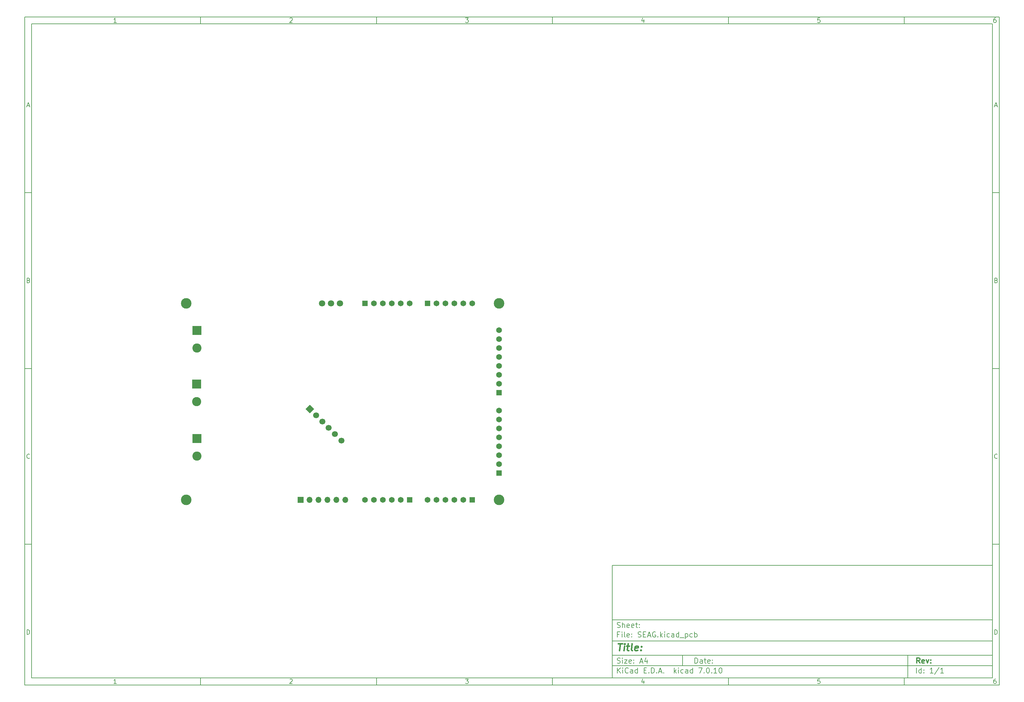
<source format=gbr>
%TF.GenerationSoftware,KiCad,Pcbnew,7.0.10*%
%TF.CreationDate,2024-04-20T16:07:25+02:00*%
%TF.ProjectId,SEAG,53454147-2e6b-4696-9361-645f70636258,rev?*%
%TF.SameCoordinates,Original*%
%TF.FileFunction,Soldermask,Bot*%
%TF.FilePolarity,Negative*%
%FSLAX46Y46*%
G04 Gerber Fmt 4.6, Leading zero omitted, Abs format (unit mm)*
G04 Created by KiCad (PCBNEW 7.0.10) date 2024-04-20 16:07:25*
%MOMM*%
%LPD*%
G01*
G04 APERTURE LIST*
G04 Aperture macros list*
%AMHorizOval*
0 Thick line with rounded ends*
0 $1 width*
0 $2 $3 position (X,Y) of the first rounded end (center of the circle)*
0 $4 $5 position (X,Y) of the second rounded end (center of the circle)*
0 Add line between two ends*
20,1,$1,$2,$3,$4,$5,0*
0 Add two circle primitives to create the rounded ends*
1,1,$1,$2,$3*
1,1,$1,$4,$5*%
%AMRotRect*
0 Rectangle, with rotation*
0 The origin of the aperture is its center*
0 $1 length*
0 $2 width*
0 $3 Rotation angle, in degrees counterclockwise*
0 Add horizontal line*
21,1,$1,$2,0,0,$3*%
G04 Aperture macros list end*
%ADD10C,0.100000*%
%ADD11C,0.150000*%
%ADD12C,0.300000*%
%ADD13C,0.400000*%
%ADD14R,2.600000X2.600000*%
%ADD15C,2.600000*%
%ADD16R,1.650000X1.650000*%
%ADD17C,1.650000*%
%ADD18C,1.800000*%
%ADD19C,3.000000*%
%ADD20R,1.700000X1.700000*%
%ADD21O,1.700000X1.700000*%
%ADD22RotRect,1.700000X1.700000X45.000000*%
%ADD23HorizOval,1.700000X0.000000X0.000000X0.000000X0.000000X0*%
G04 APERTURE END LIST*
D10*
D11*
X177002200Y-166007200D02*
X285002200Y-166007200D01*
X285002200Y-198007200D01*
X177002200Y-198007200D01*
X177002200Y-166007200D01*
D10*
D11*
X10000000Y-10000000D02*
X287002200Y-10000000D01*
X287002200Y-200007200D01*
X10000000Y-200007200D01*
X10000000Y-10000000D01*
D10*
D11*
X12000000Y-12000000D02*
X285002200Y-12000000D01*
X285002200Y-198007200D01*
X12000000Y-198007200D01*
X12000000Y-12000000D01*
D10*
D11*
X60000000Y-12000000D02*
X60000000Y-10000000D01*
D10*
D11*
X110000000Y-12000000D02*
X110000000Y-10000000D01*
D10*
D11*
X160000000Y-12000000D02*
X160000000Y-10000000D01*
D10*
D11*
X210000000Y-12000000D02*
X210000000Y-10000000D01*
D10*
D11*
X260000000Y-12000000D02*
X260000000Y-10000000D01*
D10*
D11*
X36089160Y-11593604D02*
X35346303Y-11593604D01*
X35717731Y-11593604D02*
X35717731Y-10293604D01*
X35717731Y-10293604D02*
X35593922Y-10479319D01*
X35593922Y-10479319D02*
X35470112Y-10603128D01*
X35470112Y-10603128D02*
X35346303Y-10665033D01*
D10*
D11*
X85346303Y-10417414D02*
X85408207Y-10355509D01*
X85408207Y-10355509D02*
X85532017Y-10293604D01*
X85532017Y-10293604D02*
X85841541Y-10293604D01*
X85841541Y-10293604D02*
X85965350Y-10355509D01*
X85965350Y-10355509D02*
X86027255Y-10417414D01*
X86027255Y-10417414D02*
X86089160Y-10541223D01*
X86089160Y-10541223D02*
X86089160Y-10665033D01*
X86089160Y-10665033D02*
X86027255Y-10850747D01*
X86027255Y-10850747D02*
X85284398Y-11593604D01*
X85284398Y-11593604D02*
X86089160Y-11593604D01*
D10*
D11*
X135284398Y-10293604D02*
X136089160Y-10293604D01*
X136089160Y-10293604D02*
X135655826Y-10788842D01*
X135655826Y-10788842D02*
X135841541Y-10788842D01*
X135841541Y-10788842D02*
X135965350Y-10850747D01*
X135965350Y-10850747D02*
X136027255Y-10912652D01*
X136027255Y-10912652D02*
X136089160Y-11036461D01*
X136089160Y-11036461D02*
X136089160Y-11345985D01*
X136089160Y-11345985D02*
X136027255Y-11469795D01*
X136027255Y-11469795D02*
X135965350Y-11531700D01*
X135965350Y-11531700D02*
X135841541Y-11593604D01*
X135841541Y-11593604D02*
X135470112Y-11593604D01*
X135470112Y-11593604D02*
X135346303Y-11531700D01*
X135346303Y-11531700D02*
X135284398Y-11469795D01*
D10*
D11*
X185965350Y-10726938D02*
X185965350Y-11593604D01*
X185655826Y-10231700D02*
X185346303Y-11160271D01*
X185346303Y-11160271D02*
X186151064Y-11160271D01*
D10*
D11*
X236027255Y-10293604D02*
X235408207Y-10293604D01*
X235408207Y-10293604D02*
X235346303Y-10912652D01*
X235346303Y-10912652D02*
X235408207Y-10850747D01*
X235408207Y-10850747D02*
X235532017Y-10788842D01*
X235532017Y-10788842D02*
X235841541Y-10788842D01*
X235841541Y-10788842D02*
X235965350Y-10850747D01*
X235965350Y-10850747D02*
X236027255Y-10912652D01*
X236027255Y-10912652D02*
X236089160Y-11036461D01*
X236089160Y-11036461D02*
X236089160Y-11345985D01*
X236089160Y-11345985D02*
X236027255Y-11469795D01*
X236027255Y-11469795D02*
X235965350Y-11531700D01*
X235965350Y-11531700D02*
X235841541Y-11593604D01*
X235841541Y-11593604D02*
X235532017Y-11593604D01*
X235532017Y-11593604D02*
X235408207Y-11531700D01*
X235408207Y-11531700D02*
X235346303Y-11469795D01*
D10*
D11*
X285965350Y-10293604D02*
X285717731Y-10293604D01*
X285717731Y-10293604D02*
X285593922Y-10355509D01*
X285593922Y-10355509D02*
X285532017Y-10417414D01*
X285532017Y-10417414D02*
X285408207Y-10603128D01*
X285408207Y-10603128D02*
X285346303Y-10850747D01*
X285346303Y-10850747D02*
X285346303Y-11345985D01*
X285346303Y-11345985D02*
X285408207Y-11469795D01*
X285408207Y-11469795D02*
X285470112Y-11531700D01*
X285470112Y-11531700D02*
X285593922Y-11593604D01*
X285593922Y-11593604D02*
X285841541Y-11593604D01*
X285841541Y-11593604D02*
X285965350Y-11531700D01*
X285965350Y-11531700D02*
X286027255Y-11469795D01*
X286027255Y-11469795D02*
X286089160Y-11345985D01*
X286089160Y-11345985D02*
X286089160Y-11036461D01*
X286089160Y-11036461D02*
X286027255Y-10912652D01*
X286027255Y-10912652D02*
X285965350Y-10850747D01*
X285965350Y-10850747D02*
X285841541Y-10788842D01*
X285841541Y-10788842D02*
X285593922Y-10788842D01*
X285593922Y-10788842D02*
X285470112Y-10850747D01*
X285470112Y-10850747D02*
X285408207Y-10912652D01*
X285408207Y-10912652D02*
X285346303Y-11036461D01*
D10*
D11*
X60000000Y-198007200D02*
X60000000Y-200007200D01*
D10*
D11*
X110000000Y-198007200D02*
X110000000Y-200007200D01*
D10*
D11*
X160000000Y-198007200D02*
X160000000Y-200007200D01*
D10*
D11*
X210000000Y-198007200D02*
X210000000Y-200007200D01*
D10*
D11*
X260000000Y-198007200D02*
X260000000Y-200007200D01*
D10*
D11*
X36089160Y-199600804D02*
X35346303Y-199600804D01*
X35717731Y-199600804D02*
X35717731Y-198300804D01*
X35717731Y-198300804D02*
X35593922Y-198486519D01*
X35593922Y-198486519D02*
X35470112Y-198610328D01*
X35470112Y-198610328D02*
X35346303Y-198672233D01*
D10*
D11*
X85346303Y-198424614D02*
X85408207Y-198362709D01*
X85408207Y-198362709D02*
X85532017Y-198300804D01*
X85532017Y-198300804D02*
X85841541Y-198300804D01*
X85841541Y-198300804D02*
X85965350Y-198362709D01*
X85965350Y-198362709D02*
X86027255Y-198424614D01*
X86027255Y-198424614D02*
X86089160Y-198548423D01*
X86089160Y-198548423D02*
X86089160Y-198672233D01*
X86089160Y-198672233D02*
X86027255Y-198857947D01*
X86027255Y-198857947D02*
X85284398Y-199600804D01*
X85284398Y-199600804D02*
X86089160Y-199600804D01*
D10*
D11*
X135284398Y-198300804D02*
X136089160Y-198300804D01*
X136089160Y-198300804D02*
X135655826Y-198796042D01*
X135655826Y-198796042D02*
X135841541Y-198796042D01*
X135841541Y-198796042D02*
X135965350Y-198857947D01*
X135965350Y-198857947D02*
X136027255Y-198919852D01*
X136027255Y-198919852D02*
X136089160Y-199043661D01*
X136089160Y-199043661D02*
X136089160Y-199353185D01*
X136089160Y-199353185D02*
X136027255Y-199476995D01*
X136027255Y-199476995D02*
X135965350Y-199538900D01*
X135965350Y-199538900D02*
X135841541Y-199600804D01*
X135841541Y-199600804D02*
X135470112Y-199600804D01*
X135470112Y-199600804D02*
X135346303Y-199538900D01*
X135346303Y-199538900D02*
X135284398Y-199476995D01*
D10*
D11*
X185965350Y-198734138D02*
X185965350Y-199600804D01*
X185655826Y-198238900D02*
X185346303Y-199167471D01*
X185346303Y-199167471D02*
X186151064Y-199167471D01*
D10*
D11*
X236027255Y-198300804D02*
X235408207Y-198300804D01*
X235408207Y-198300804D02*
X235346303Y-198919852D01*
X235346303Y-198919852D02*
X235408207Y-198857947D01*
X235408207Y-198857947D02*
X235532017Y-198796042D01*
X235532017Y-198796042D02*
X235841541Y-198796042D01*
X235841541Y-198796042D02*
X235965350Y-198857947D01*
X235965350Y-198857947D02*
X236027255Y-198919852D01*
X236027255Y-198919852D02*
X236089160Y-199043661D01*
X236089160Y-199043661D02*
X236089160Y-199353185D01*
X236089160Y-199353185D02*
X236027255Y-199476995D01*
X236027255Y-199476995D02*
X235965350Y-199538900D01*
X235965350Y-199538900D02*
X235841541Y-199600804D01*
X235841541Y-199600804D02*
X235532017Y-199600804D01*
X235532017Y-199600804D02*
X235408207Y-199538900D01*
X235408207Y-199538900D02*
X235346303Y-199476995D01*
D10*
D11*
X285965350Y-198300804D02*
X285717731Y-198300804D01*
X285717731Y-198300804D02*
X285593922Y-198362709D01*
X285593922Y-198362709D02*
X285532017Y-198424614D01*
X285532017Y-198424614D02*
X285408207Y-198610328D01*
X285408207Y-198610328D02*
X285346303Y-198857947D01*
X285346303Y-198857947D02*
X285346303Y-199353185D01*
X285346303Y-199353185D02*
X285408207Y-199476995D01*
X285408207Y-199476995D02*
X285470112Y-199538900D01*
X285470112Y-199538900D02*
X285593922Y-199600804D01*
X285593922Y-199600804D02*
X285841541Y-199600804D01*
X285841541Y-199600804D02*
X285965350Y-199538900D01*
X285965350Y-199538900D02*
X286027255Y-199476995D01*
X286027255Y-199476995D02*
X286089160Y-199353185D01*
X286089160Y-199353185D02*
X286089160Y-199043661D01*
X286089160Y-199043661D02*
X286027255Y-198919852D01*
X286027255Y-198919852D02*
X285965350Y-198857947D01*
X285965350Y-198857947D02*
X285841541Y-198796042D01*
X285841541Y-198796042D02*
X285593922Y-198796042D01*
X285593922Y-198796042D02*
X285470112Y-198857947D01*
X285470112Y-198857947D02*
X285408207Y-198919852D01*
X285408207Y-198919852D02*
X285346303Y-199043661D01*
D10*
D11*
X10000000Y-60000000D02*
X12000000Y-60000000D01*
D10*
D11*
X10000000Y-110000000D02*
X12000000Y-110000000D01*
D10*
D11*
X10000000Y-160000000D02*
X12000000Y-160000000D01*
D10*
D11*
X10690476Y-35222176D02*
X11309523Y-35222176D01*
X10566666Y-35593604D02*
X10999999Y-34293604D01*
X10999999Y-34293604D02*
X11433333Y-35593604D01*
D10*
D11*
X11092857Y-84912652D02*
X11278571Y-84974557D01*
X11278571Y-84974557D02*
X11340476Y-85036461D01*
X11340476Y-85036461D02*
X11402380Y-85160271D01*
X11402380Y-85160271D02*
X11402380Y-85345985D01*
X11402380Y-85345985D02*
X11340476Y-85469795D01*
X11340476Y-85469795D02*
X11278571Y-85531700D01*
X11278571Y-85531700D02*
X11154761Y-85593604D01*
X11154761Y-85593604D02*
X10659523Y-85593604D01*
X10659523Y-85593604D02*
X10659523Y-84293604D01*
X10659523Y-84293604D02*
X11092857Y-84293604D01*
X11092857Y-84293604D02*
X11216666Y-84355509D01*
X11216666Y-84355509D02*
X11278571Y-84417414D01*
X11278571Y-84417414D02*
X11340476Y-84541223D01*
X11340476Y-84541223D02*
X11340476Y-84665033D01*
X11340476Y-84665033D02*
X11278571Y-84788842D01*
X11278571Y-84788842D02*
X11216666Y-84850747D01*
X11216666Y-84850747D02*
X11092857Y-84912652D01*
X11092857Y-84912652D02*
X10659523Y-84912652D01*
D10*
D11*
X11402380Y-135469795D02*
X11340476Y-135531700D01*
X11340476Y-135531700D02*
X11154761Y-135593604D01*
X11154761Y-135593604D02*
X11030952Y-135593604D01*
X11030952Y-135593604D02*
X10845238Y-135531700D01*
X10845238Y-135531700D02*
X10721428Y-135407890D01*
X10721428Y-135407890D02*
X10659523Y-135284080D01*
X10659523Y-135284080D02*
X10597619Y-135036461D01*
X10597619Y-135036461D02*
X10597619Y-134850747D01*
X10597619Y-134850747D02*
X10659523Y-134603128D01*
X10659523Y-134603128D02*
X10721428Y-134479319D01*
X10721428Y-134479319D02*
X10845238Y-134355509D01*
X10845238Y-134355509D02*
X11030952Y-134293604D01*
X11030952Y-134293604D02*
X11154761Y-134293604D01*
X11154761Y-134293604D02*
X11340476Y-134355509D01*
X11340476Y-134355509D02*
X11402380Y-134417414D01*
D10*
D11*
X10659523Y-185593604D02*
X10659523Y-184293604D01*
X10659523Y-184293604D02*
X10969047Y-184293604D01*
X10969047Y-184293604D02*
X11154761Y-184355509D01*
X11154761Y-184355509D02*
X11278571Y-184479319D01*
X11278571Y-184479319D02*
X11340476Y-184603128D01*
X11340476Y-184603128D02*
X11402380Y-184850747D01*
X11402380Y-184850747D02*
X11402380Y-185036461D01*
X11402380Y-185036461D02*
X11340476Y-185284080D01*
X11340476Y-185284080D02*
X11278571Y-185407890D01*
X11278571Y-185407890D02*
X11154761Y-185531700D01*
X11154761Y-185531700D02*
X10969047Y-185593604D01*
X10969047Y-185593604D02*
X10659523Y-185593604D01*
D10*
D11*
X287002200Y-60000000D02*
X285002200Y-60000000D01*
D10*
D11*
X287002200Y-110000000D02*
X285002200Y-110000000D01*
D10*
D11*
X287002200Y-160000000D02*
X285002200Y-160000000D01*
D10*
D11*
X285692676Y-35222176D02*
X286311723Y-35222176D01*
X285568866Y-35593604D02*
X286002199Y-34293604D01*
X286002199Y-34293604D02*
X286435533Y-35593604D01*
D10*
D11*
X286095057Y-84912652D02*
X286280771Y-84974557D01*
X286280771Y-84974557D02*
X286342676Y-85036461D01*
X286342676Y-85036461D02*
X286404580Y-85160271D01*
X286404580Y-85160271D02*
X286404580Y-85345985D01*
X286404580Y-85345985D02*
X286342676Y-85469795D01*
X286342676Y-85469795D02*
X286280771Y-85531700D01*
X286280771Y-85531700D02*
X286156961Y-85593604D01*
X286156961Y-85593604D02*
X285661723Y-85593604D01*
X285661723Y-85593604D02*
X285661723Y-84293604D01*
X285661723Y-84293604D02*
X286095057Y-84293604D01*
X286095057Y-84293604D02*
X286218866Y-84355509D01*
X286218866Y-84355509D02*
X286280771Y-84417414D01*
X286280771Y-84417414D02*
X286342676Y-84541223D01*
X286342676Y-84541223D02*
X286342676Y-84665033D01*
X286342676Y-84665033D02*
X286280771Y-84788842D01*
X286280771Y-84788842D02*
X286218866Y-84850747D01*
X286218866Y-84850747D02*
X286095057Y-84912652D01*
X286095057Y-84912652D02*
X285661723Y-84912652D01*
D10*
D11*
X286404580Y-135469795D02*
X286342676Y-135531700D01*
X286342676Y-135531700D02*
X286156961Y-135593604D01*
X286156961Y-135593604D02*
X286033152Y-135593604D01*
X286033152Y-135593604D02*
X285847438Y-135531700D01*
X285847438Y-135531700D02*
X285723628Y-135407890D01*
X285723628Y-135407890D02*
X285661723Y-135284080D01*
X285661723Y-135284080D02*
X285599819Y-135036461D01*
X285599819Y-135036461D02*
X285599819Y-134850747D01*
X285599819Y-134850747D02*
X285661723Y-134603128D01*
X285661723Y-134603128D02*
X285723628Y-134479319D01*
X285723628Y-134479319D02*
X285847438Y-134355509D01*
X285847438Y-134355509D02*
X286033152Y-134293604D01*
X286033152Y-134293604D02*
X286156961Y-134293604D01*
X286156961Y-134293604D02*
X286342676Y-134355509D01*
X286342676Y-134355509D02*
X286404580Y-134417414D01*
D10*
D11*
X285661723Y-185593604D02*
X285661723Y-184293604D01*
X285661723Y-184293604D02*
X285971247Y-184293604D01*
X285971247Y-184293604D02*
X286156961Y-184355509D01*
X286156961Y-184355509D02*
X286280771Y-184479319D01*
X286280771Y-184479319D02*
X286342676Y-184603128D01*
X286342676Y-184603128D02*
X286404580Y-184850747D01*
X286404580Y-184850747D02*
X286404580Y-185036461D01*
X286404580Y-185036461D02*
X286342676Y-185284080D01*
X286342676Y-185284080D02*
X286280771Y-185407890D01*
X286280771Y-185407890D02*
X286156961Y-185531700D01*
X286156961Y-185531700D02*
X285971247Y-185593604D01*
X285971247Y-185593604D02*
X285661723Y-185593604D01*
D10*
D11*
X200458026Y-193793328D02*
X200458026Y-192293328D01*
X200458026Y-192293328D02*
X200815169Y-192293328D01*
X200815169Y-192293328D02*
X201029455Y-192364757D01*
X201029455Y-192364757D02*
X201172312Y-192507614D01*
X201172312Y-192507614D02*
X201243741Y-192650471D01*
X201243741Y-192650471D02*
X201315169Y-192936185D01*
X201315169Y-192936185D02*
X201315169Y-193150471D01*
X201315169Y-193150471D02*
X201243741Y-193436185D01*
X201243741Y-193436185D02*
X201172312Y-193579042D01*
X201172312Y-193579042D02*
X201029455Y-193721900D01*
X201029455Y-193721900D02*
X200815169Y-193793328D01*
X200815169Y-193793328D02*
X200458026Y-193793328D01*
X202600884Y-193793328D02*
X202600884Y-193007614D01*
X202600884Y-193007614D02*
X202529455Y-192864757D01*
X202529455Y-192864757D02*
X202386598Y-192793328D01*
X202386598Y-192793328D02*
X202100884Y-192793328D01*
X202100884Y-192793328D02*
X201958026Y-192864757D01*
X202600884Y-193721900D02*
X202458026Y-193793328D01*
X202458026Y-193793328D02*
X202100884Y-193793328D01*
X202100884Y-193793328D02*
X201958026Y-193721900D01*
X201958026Y-193721900D02*
X201886598Y-193579042D01*
X201886598Y-193579042D02*
X201886598Y-193436185D01*
X201886598Y-193436185D02*
X201958026Y-193293328D01*
X201958026Y-193293328D02*
X202100884Y-193221900D01*
X202100884Y-193221900D02*
X202458026Y-193221900D01*
X202458026Y-193221900D02*
X202600884Y-193150471D01*
X203100884Y-192793328D02*
X203672312Y-192793328D01*
X203315169Y-192293328D02*
X203315169Y-193579042D01*
X203315169Y-193579042D02*
X203386598Y-193721900D01*
X203386598Y-193721900D02*
X203529455Y-193793328D01*
X203529455Y-193793328D02*
X203672312Y-193793328D01*
X204743741Y-193721900D02*
X204600884Y-193793328D01*
X204600884Y-193793328D02*
X204315170Y-193793328D01*
X204315170Y-193793328D02*
X204172312Y-193721900D01*
X204172312Y-193721900D02*
X204100884Y-193579042D01*
X204100884Y-193579042D02*
X204100884Y-193007614D01*
X204100884Y-193007614D02*
X204172312Y-192864757D01*
X204172312Y-192864757D02*
X204315170Y-192793328D01*
X204315170Y-192793328D02*
X204600884Y-192793328D01*
X204600884Y-192793328D02*
X204743741Y-192864757D01*
X204743741Y-192864757D02*
X204815170Y-193007614D01*
X204815170Y-193007614D02*
X204815170Y-193150471D01*
X204815170Y-193150471D02*
X204100884Y-193293328D01*
X205458026Y-193650471D02*
X205529455Y-193721900D01*
X205529455Y-193721900D02*
X205458026Y-193793328D01*
X205458026Y-193793328D02*
X205386598Y-193721900D01*
X205386598Y-193721900D02*
X205458026Y-193650471D01*
X205458026Y-193650471D02*
X205458026Y-193793328D01*
X205458026Y-192864757D02*
X205529455Y-192936185D01*
X205529455Y-192936185D02*
X205458026Y-193007614D01*
X205458026Y-193007614D02*
X205386598Y-192936185D01*
X205386598Y-192936185D02*
X205458026Y-192864757D01*
X205458026Y-192864757D02*
X205458026Y-193007614D01*
D10*
D11*
X177002200Y-194507200D02*
X285002200Y-194507200D01*
D10*
D11*
X178458026Y-196593328D02*
X178458026Y-195093328D01*
X179315169Y-196593328D02*
X178672312Y-195736185D01*
X179315169Y-195093328D02*
X178458026Y-195950471D01*
X179958026Y-196593328D02*
X179958026Y-195593328D01*
X179958026Y-195093328D02*
X179886598Y-195164757D01*
X179886598Y-195164757D02*
X179958026Y-195236185D01*
X179958026Y-195236185D02*
X180029455Y-195164757D01*
X180029455Y-195164757D02*
X179958026Y-195093328D01*
X179958026Y-195093328D02*
X179958026Y-195236185D01*
X181529455Y-196450471D02*
X181458027Y-196521900D01*
X181458027Y-196521900D02*
X181243741Y-196593328D01*
X181243741Y-196593328D02*
X181100884Y-196593328D01*
X181100884Y-196593328D02*
X180886598Y-196521900D01*
X180886598Y-196521900D02*
X180743741Y-196379042D01*
X180743741Y-196379042D02*
X180672312Y-196236185D01*
X180672312Y-196236185D02*
X180600884Y-195950471D01*
X180600884Y-195950471D02*
X180600884Y-195736185D01*
X180600884Y-195736185D02*
X180672312Y-195450471D01*
X180672312Y-195450471D02*
X180743741Y-195307614D01*
X180743741Y-195307614D02*
X180886598Y-195164757D01*
X180886598Y-195164757D02*
X181100884Y-195093328D01*
X181100884Y-195093328D02*
X181243741Y-195093328D01*
X181243741Y-195093328D02*
X181458027Y-195164757D01*
X181458027Y-195164757D02*
X181529455Y-195236185D01*
X182815170Y-196593328D02*
X182815170Y-195807614D01*
X182815170Y-195807614D02*
X182743741Y-195664757D01*
X182743741Y-195664757D02*
X182600884Y-195593328D01*
X182600884Y-195593328D02*
X182315170Y-195593328D01*
X182315170Y-195593328D02*
X182172312Y-195664757D01*
X182815170Y-196521900D02*
X182672312Y-196593328D01*
X182672312Y-196593328D02*
X182315170Y-196593328D01*
X182315170Y-196593328D02*
X182172312Y-196521900D01*
X182172312Y-196521900D02*
X182100884Y-196379042D01*
X182100884Y-196379042D02*
X182100884Y-196236185D01*
X182100884Y-196236185D02*
X182172312Y-196093328D01*
X182172312Y-196093328D02*
X182315170Y-196021900D01*
X182315170Y-196021900D02*
X182672312Y-196021900D01*
X182672312Y-196021900D02*
X182815170Y-195950471D01*
X184172313Y-196593328D02*
X184172313Y-195093328D01*
X184172313Y-196521900D02*
X184029455Y-196593328D01*
X184029455Y-196593328D02*
X183743741Y-196593328D01*
X183743741Y-196593328D02*
X183600884Y-196521900D01*
X183600884Y-196521900D02*
X183529455Y-196450471D01*
X183529455Y-196450471D02*
X183458027Y-196307614D01*
X183458027Y-196307614D02*
X183458027Y-195879042D01*
X183458027Y-195879042D02*
X183529455Y-195736185D01*
X183529455Y-195736185D02*
X183600884Y-195664757D01*
X183600884Y-195664757D02*
X183743741Y-195593328D01*
X183743741Y-195593328D02*
X184029455Y-195593328D01*
X184029455Y-195593328D02*
X184172313Y-195664757D01*
X186029455Y-195807614D02*
X186529455Y-195807614D01*
X186743741Y-196593328D02*
X186029455Y-196593328D01*
X186029455Y-196593328D02*
X186029455Y-195093328D01*
X186029455Y-195093328D02*
X186743741Y-195093328D01*
X187386598Y-196450471D02*
X187458027Y-196521900D01*
X187458027Y-196521900D02*
X187386598Y-196593328D01*
X187386598Y-196593328D02*
X187315170Y-196521900D01*
X187315170Y-196521900D02*
X187386598Y-196450471D01*
X187386598Y-196450471D02*
X187386598Y-196593328D01*
X188100884Y-196593328D02*
X188100884Y-195093328D01*
X188100884Y-195093328D02*
X188458027Y-195093328D01*
X188458027Y-195093328D02*
X188672313Y-195164757D01*
X188672313Y-195164757D02*
X188815170Y-195307614D01*
X188815170Y-195307614D02*
X188886599Y-195450471D01*
X188886599Y-195450471D02*
X188958027Y-195736185D01*
X188958027Y-195736185D02*
X188958027Y-195950471D01*
X188958027Y-195950471D02*
X188886599Y-196236185D01*
X188886599Y-196236185D02*
X188815170Y-196379042D01*
X188815170Y-196379042D02*
X188672313Y-196521900D01*
X188672313Y-196521900D02*
X188458027Y-196593328D01*
X188458027Y-196593328D02*
X188100884Y-196593328D01*
X189600884Y-196450471D02*
X189672313Y-196521900D01*
X189672313Y-196521900D02*
X189600884Y-196593328D01*
X189600884Y-196593328D02*
X189529456Y-196521900D01*
X189529456Y-196521900D02*
X189600884Y-196450471D01*
X189600884Y-196450471D02*
X189600884Y-196593328D01*
X190243742Y-196164757D02*
X190958028Y-196164757D01*
X190100885Y-196593328D02*
X190600885Y-195093328D01*
X190600885Y-195093328D02*
X191100885Y-196593328D01*
X191600884Y-196450471D02*
X191672313Y-196521900D01*
X191672313Y-196521900D02*
X191600884Y-196593328D01*
X191600884Y-196593328D02*
X191529456Y-196521900D01*
X191529456Y-196521900D02*
X191600884Y-196450471D01*
X191600884Y-196450471D02*
X191600884Y-196593328D01*
X194600884Y-196593328D02*
X194600884Y-195093328D01*
X194743742Y-196021900D02*
X195172313Y-196593328D01*
X195172313Y-195593328D02*
X194600884Y-196164757D01*
X195815170Y-196593328D02*
X195815170Y-195593328D01*
X195815170Y-195093328D02*
X195743742Y-195164757D01*
X195743742Y-195164757D02*
X195815170Y-195236185D01*
X195815170Y-195236185D02*
X195886599Y-195164757D01*
X195886599Y-195164757D02*
X195815170Y-195093328D01*
X195815170Y-195093328D02*
X195815170Y-195236185D01*
X197172314Y-196521900D02*
X197029456Y-196593328D01*
X197029456Y-196593328D02*
X196743742Y-196593328D01*
X196743742Y-196593328D02*
X196600885Y-196521900D01*
X196600885Y-196521900D02*
X196529456Y-196450471D01*
X196529456Y-196450471D02*
X196458028Y-196307614D01*
X196458028Y-196307614D02*
X196458028Y-195879042D01*
X196458028Y-195879042D02*
X196529456Y-195736185D01*
X196529456Y-195736185D02*
X196600885Y-195664757D01*
X196600885Y-195664757D02*
X196743742Y-195593328D01*
X196743742Y-195593328D02*
X197029456Y-195593328D01*
X197029456Y-195593328D02*
X197172314Y-195664757D01*
X198458028Y-196593328D02*
X198458028Y-195807614D01*
X198458028Y-195807614D02*
X198386599Y-195664757D01*
X198386599Y-195664757D02*
X198243742Y-195593328D01*
X198243742Y-195593328D02*
X197958028Y-195593328D01*
X197958028Y-195593328D02*
X197815170Y-195664757D01*
X198458028Y-196521900D02*
X198315170Y-196593328D01*
X198315170Y-196593328D02*
X197958028Y-196593328D01*
X197958028Y-196593328D02*
X197815170Y-196521900D01*
X197815170Y-196521900D02*
X197743742Y-196379042D01*
X197743742Y-196379042D02*
X197743742Y-196236185D01*
X197743742Y-196236185D02*
X197815170Y-196093328D01*
X197815170Y-196093328D02*
X197958028Y-196021900D01*
X197958028Y-196021900D02*
X198315170Y-196021900D01*
X198315170Y-196021900D02*
X198458028Y-195950471D01*
X199815171Y-196593328D02*
X199815171Y-195093328D01*
X199815171Y-196521900D02*
X199672313Y-196593328D01*
X199672313Y-196593328D02*
X199386599Y-196593328D01*
X199386599Y-196593328D02*
X199243742Y-196521900D01*
X199243742Y-196521900D02*
X199172313Y-196450471D01*
X199172313Y-196450471D02*
X199100885Y-196307614D01*
X199100885Y-196307614D02*
X199100885Y-195879042D01*
X199100885Y-195879042D02*
X199172313Y-195736185D01*
X199172313Y-195736185D02*
X199243742Y-195664757D01*
X199243742Y-195664757D02*
X199386599Y-195593328D01*
X199386599Y-195593328D02*
X199672313Y-195593328D01*
X199672313Y-195593328D02*
X199815171Y-195664757D01*
X201529456Y-195093328D02*
X202529456Y-195093328D01*
X202529456Y-195093328D02*
X201886599Y-196593328D01*
X203100884Y-196450471D02*
X203172313Y-196521900D01*
X203172313Y-196521900D02*
X203100884Y-196593328D01*
X203100884Y-196593328D02*
X203029456Y-196521900D01*
X203029456Y-196521900D02*
X203100884Y-196450471D01*
X203100884Y-196450471D02*
X203100884Y-196593328D01*
X204100885Y-195093328D02*
X204243742Y-195093328D01*
X204243742Y-195093328D02*
X204386599Y-195164757D01*
X204386599Y-195164757D02*
X204458028Y-195236185D01*
X204458028Y-195236185D02*
X204529456Y-195379042D01*
X204529456Y-195379042D02*
X204600885Y-195664757D01*
X204600885Y-195664757D02*
X204600885Y-196021900D01*
X204600885Y-196021900D02*
X204529456Y-196307614D01*
X204529456Y-196307614D02*
X204458028Y-196450471D01*
X204458028Y-196450471D02*
X204386599Y-196521900D01*
X204386599Y-196521900D02*
X204243742Y-196593328D01*
X204243742Y-196593328D02*
X204100885Y-196593328D01*
X204100885Y-196593328D02*
X203958028Y-196521900D01*
X203958028Y-196521900D02*
X203886599Y-196450471D01*
X203886599Y-196450471D02*
X203815170Y-196307614D01*
X203815170Y-196307614D02*
X203743742Y-196021900D01*
X203743742Y-196021900D02*
X203743742Y-195664757D01*
X203743742Y-195664757D02*
X203815170Y-195379042D01*
X203815170Y-195379042D02*
X203886599Y-195236185D01*
X203886599Y-195236185D02*
X203958028Y-195164757D01*
X203958028Y-195164757D02*
X204100885Y-195093328D01*
X205243741Y-196450471D02*
X205315170Y-196521900D01*
X205315170Y-196521900D02*
X205243741Y-196593328D01*
X205243741Y-196593328D02*
X205172313Y-196521900D01*
X205172313Y-196521900D02*
X205243741Y-196450471D01*
X205243741Y-196450471D02*
X205243741Y-196593328D01*
X206743742Y-196593328D02*
X205886599Y-196593328D01*
X206315170Y-196593328D02*
X206315170Y-195093328D01*
X206315170Y-195093328D02*
X206172313Y-195307614D01*
X206172313Y-195307614D02*
X206029456Y-195450471D01*
X206029456Y-195450471D02*
X205886599Y-195521900D01*
X207672313Y-195093328D02*
X207815170Y-195093328D01*
X207815170Y-195093328D02*
X207958027Y-195164757D01*
X207958027Y-195164757D02*
X208029456Y-195236185D01*
X208029456Y-195236185D02*
X208100884Y-195379042D01*
X208100884Y-195379042D02*
X208172313Y-195664757D01*
X208172313Y-195664757D02*
X208172313Y-196021900D01*
X208172313Y-196021900D02*
X208100884Y-196307614D01*
X208100884Y-196307614D02*
X208029456Y-196450471D01*
X208029456Y-196450471D02*
X207958027Y-196521900D01*
X207958027Y-196521900D02*
X207815170Y-196593328D01*
X207815170Y-196593328D02*
X207672313Y-196593328D01*
X207672313Y-196593328D02*
X207529456Y-196521900D01*
X207529456Y-196521900D02*
X207458027Y-196450471D01*
X207458027Y-196450471D02*
X207386598Y-196307614D01*
X207386598Y-196307614D02*
X207315170Y-196021900D01*
X207315170Y-196021900D02*
X207315170Y-195664757D01*
X207315170Y-195664757D02*
X207386598Y-195379042D01*
X207386598Y-195379042D02*
X207458027Y-195236185D01*
X207458027Y-195236185D02*
X207529456Y-195164757D01*
X207529456Y-195164757D02*
X207672313Y-195093328D01*
D10*
D11*
X177002200Y-191507200D02*
X285002200Y-191507200D01*
D10*
D12*
X264413853Y-193785528D02*
X263913853Y-193071242D01*
X263556710Y-193785528D02*
X263556710Y-192285528D01*
X263556710Y-192285528D02*
X264128139Y-192285528D01*
X264128139Y-192285528D02*
X264270996Y-192356957D01*
X264270996Y-192356957D02*
X264342425Y-192428385D01*
X264342425Y-192428385D02*
X264413853Y-192571242D01*
X264413853Y-192571242D02*
X264413853Y-192785528D01*
X264413853Y-192785528D02*
X264342425Y-192928385D01*
X264342425Y-192928385D02*
X264270996Y-192999814D01*
X264270996Y-192999814D02*
X264128139Y-193071242D01*
X264128139Y-193071242D02*
X263556710Y-193071242D01*
X265628139Y-193714100D02*
X265485282Y-193785528D01*
X265485282Y-193785528D02*
X265199568Y-193785528D01*
X265199568Y-193785528D02*
X265056710Y-193714100D01*
X265056710Y-193714100D02*
X264985282Y-193571242D01*
X264985282Y-193571242D02*
X264985282Y-192999814D01*
X264985282Y-192999814D02*
X265056710Y-192856957D01*
X265056710Y-192856957D02*
X265199568Y-192785528D01*
X265199568Y-192785528D02*
X265485282Y-192785528D01*
X265485282Y-192785528D02*
X265628139Y-192856957D01*
X265628139Y-192856957D02*
X265699568Y-192999814D01*
X265699568Y-192999814D02*
X265699568Y-193142671D01*
X265699568Y-193142671D02*
X264985282Y-193285528D01*
X266199567Y-192785528D02*
X266556710Y-193785528D01*
X266556710Y-193785528D02*
X266913853Y-192785528D01*
X267485281Y-193642671D02*
X267556710Y-193714100D01*
X267556710Y-193714100D02*
X267485281Y-193785528D01*
X267485281Y-193785528D02*
X267413853Y-193714100D01*
X267413853Y-193714100D02*
X267485281Y-193642671D01*
X267485281Y-193642671D02*
X267485281Y-193785528D01*
X267485281Y-192856957D02*
X267556710Y-192928385D01*
X267556710Y-192928385D02*
X267485281Y-192999814D01*
X267485281Y-192999814D02*
X267413853Y-192928385D01*
X267413853Y-192928385D02*
X267485281Y-192856957D01*
X267485281Y-192856957D02*
X267485281Y-192999814D01*
D10*
D11*
X178386598Y-193721900D02*
X178600884Y-193793328D01*
X178600884Y-193793328D02*
X178958026Y-193793328D01*
X178958026Y-193793328D02*
X179100884Y-193721900D01*
X179100884Y-193721900D02*
X179172312Y-193650471D01*
X179172312Y-193650471D02*
X179243741Y-193507614D01*
X179243741Y-193507614D02*
X179243741Y-193364757D01*
X179243741Y-193364757D02*
X179172312Y-193221900D01*
X179172312Y-193221900D02*
X179100884Y-193150471D01*
X179100884Y-193150471D02*
X178958026Y-193079042D01*
X178958026Y-193079042D02*
X178672312Y-193007614D01*
X178672312Y-193007614D02*
X178529455Y-192936185D01*
X178529455Y-192936185D02*
X178458026Y-192864757D01*
X178458026Y-192864757D02*
X178386598Y-192721900D01*
X178386598Y-192721900D02*
X178386598Y-192579042D01*
X178386598Y-192579042D02*
X178458026Y-192436185D01*
X178458026Y-192436185D02*
X178529455Y-192364757D01*
X178529455Y-192364757D02*
X178672312Y-192293328D01*
X178672312Y-192293328D02*
X179029455Y-192293328D01*
X179029455Y-192293328D02*
X179243741Y-192364757D01*
X179886597Y-193793328D02*
X179886597Y-192793328D01*
X179886597Y-192293328D02*
X179815169Y-192364757D01*
X179815169Y-192364757D02*
X179886597Y-192436185D01*
X179886597Y-192436185D02*
X179958026Y-192364757D01*
X179958026Y-192364757D02*
X179886597Y-192293328D01*
X179886597Y-192293328D02*
X179886597Y-192436185D01*
X180458026Y-192793328D02*
X181243741Y-192793328D01*
X181243741Y-192793328D02*
X180458026Y-193793328D01*
X180458026Y-193793328D02*
X181243741Y-193793328D01*
X182386598Y-193721900D02*
X182243741Y-193793328D01*
X182243741Y-193793328D02*
X181958027Y-193793328D01*
X181958027Y-193793328D02*
X181815169Y-193721900D01*
X181815169Y-193721900D02*
X181743741Y-193579042D01*
X181743741Y-193579042D02*
X181743741Y-193007614D01*
X181743741Y-193007614D02*
X181815169Y-192864757D01*
X181815169Y-192864757D02*
X181958027Y-192793328D01*
X181958027Y-192793328D02*
X182243741Y-192793328D01*
X182243741Y-192793328D02*
X182386598Y-192864757D01*
X182386598Y-192864757D02*
X182458027Y-193007614D01*
X182458027Y-193007614D02*
X182458027Y-193150471D01*
X182458027Y-193150471D02*
X181743741Y-193293328D01*
X183100883Y-193650471D02*
X183172312Y-193721900D01*
X183172312Y-193721900D02*
X183100883Y-193793328D01*
X183100883Y-193793328D02*
X183029455Y-193721900D01*
X183029455Y-193721900D02*
X183100883Y-193650471D01*
X183100883Y-193650471D02*
X183100883Y-193793328D01*
X183100883Y-192864757D02*
X183172312Y-192936185D01*
X183172312Y-192936185D02*
X183100883Y-193007614D01*
X183100883Y-193007614D02*
X183029455Y-192936185D01*
X183029455Y-192936185D02*
X183100883Y-192864757D01*
X183100883Y-192864757D02*
X183100883Y-193007614D01*
X184886598Y-193364757D02*
X185600884Y-193364757D01*
X184743741Y-193793328D02*
X185243741Y-192293328D01*
X185243741Y-192293328D02*
X185743741Y-193793328D01*
X186886598Y-192793328D02*
X186886598Y-193793328D01*
X186529455Y-192221900D02*
X186172312Y-193293328D01*
X186172312Y-193293328D02*
X187100883Y-193293328D01*
D10*
D11*
X263458026Y-196593328D02*
X263458026Y-195093328D01*
X264815170Y-196593328D02*
X264815170Y-195093328D01*
X264815170Y-196521900D02*
X264672312Y-196593328D01*
X264672312Y-196593328D02*
X264386598Y-196593328D01*
X264386598Y-196593328D02*
X264243741Y-196521900D01*
X264243741Y-196521900D02*
X264172312Y-196450471D01*
X264172312Y-196450471D02*
X264100884Y-196307614D01*
X264100884Y-196307614D02*
X264100884Y-195879042D01*
X264100884Y-195879042D02*
X264172312Y-195736185D01*
X264172312Y-195736185D02*
X264243741Y-195664757D01*
X264243741Y-195664757D02*
X264386598Y-195593328D01*
X264386598Y-195593328D02*
X264672312Y-195593328D01*
X264672312Y-195593328D02*
X264815170Y-195664757D01*
X265529455Y-196450471D02*
X265600884Y-196521900D01*
X265600884Y-196521900D02*
X265529455Y-196593328D01*
X265529455Y-196593328D02*
X265458027Y-196521900D01*
X265458027Y-196521900D02*
X265529455Y-196450471D01*
X265529455Y-196450471D02*
X265529455Y-196593328D01*
X265529455Y-195664757D02*
X265600884Y-195736185D01*
X265600884Y-195736185D02*
X265529455Y-195807614D01*
X265529455Y-195807614D02*
X265458027Y-195736185D01*
X265458027Y-195736185D02*
X265529455Y-195664757D01*
X265529455Y-195664757D02*
X265529455Y-195807614D01*
X268172313Y-196593328D02*
X267315170Y-196593328D01*
X267743741Y-196593328D02*
X267743741Y-195093328D01*
X267743741Y-195093328D02*
X267600884Y-195307614D01*
X267600884Y-195307614D02*
X267458027Y-195450471D01*
X267458027Y-195450471D02*
X267315170Y-195521900D01*
X269886598Y-195021900D02*
X268600884Y-196950471D01*
X271172313Y-196593328D02*
X270315170Y-196593328D01*
X270743741Y-196593328D02*
X270743741Y-195093328D01*
X270743741Y-195093328D02*
X270600884Y-195307614D01*
X270600884Y-195307614D02*
X270458027Y-195450471D01*
X270458027Y-195450471D02*
X270315170Y-195521900D01*
D10*
D11*
X177002200Y-187507200D02*
X285002200Y-187507200D01*
D10*
D13*
X178693928Y-188211638D02*
X179836785Y-188211638D01*
X179015357Y-190211638D02*
X179265357Y-188211638D01*
X180253452Y-190211638D02*
X180420119Y-188878304D01*
X180503452Y-188211638D02*
X180396309Y-188306876D01*
X180396309Y-188306876D02*
X180479643Y-188402114D01*
X180479643Y-188402114D02*
X180586786Y-188306876D01*
X180586786Y-188306876D02*
X180503452Y-188211638D01*
X180503452Y-188211638D02*
X180479643Y-188402114D01*
X181086786Y-188878304D02*
X181848690Y-188878304D01*
X181455833Y-188211638D02*
X181241548Y-189925923D01*
X181241548Y-189925923D02*
X181312976Y-190116400D01*
X181312976Y-190116400D02*
X181491548Y-190211638D01*
X181491548Y-190211638D02*
X181682024Y-190211638D01*
X182634405Y-190211638D02*
X182455833Y-190116400D01*
X182455833Y-190116400D02*
X182384405Y-189925923D01*
X182384405Y-189925923D02*
X182598690Y-188211638D01*
X184170119Y-190116400D02*
X183967738Y-190211638D01*
X183967738Y-190211638D02*
X183586785Y-190211638D01*
X183586785Y-190211638D02*
X183408214Y-190116400D01*
X183408214Y-190116400D02*
X183336785Y-189925923D01*
X183336785Y-189925923D02*
X183432024Y-189164019D01*
X183432024Y-189164019D02*
X183551071Y-188973542D01*
X183551071Y-188973542D02*
X183753452Y-188878304D01*
X183753452Y-188878304D02*
X184134404Y-188878304D01*
X184134404Y-188878304D02*
X184312976Y-188973542D01*
X184312976Y-188973542D02*
X184384404Y-189164019D01*
X184384404Y-189164019D02*
X184360595Y-189354495D01*
X184360595Y-189354495D02*
X183384404Y-189544971D01*
X185134405Y-190021161D02*
X185217738Y-190116400D01*
X185217738Y-190116400D02*
X185110595Y-190211638D01*
X185110595Y-190211638D02*
X185027262Y-190116400D01*
X185027262Y-190116400D02*
X185134405Y-190021161D01*
X185134405Y-190021161D02*
X185110595Y-190211638D01*
X185265357Y-188973542D02*
X185348690Y-189068780D01*
X185348690Y-189068780D02*
X185241548Y-189164019D01*
X185241548Y-189164019D02*
X185158214Y-189068780D01*
X185158214Y-189068780D02*
X185265357Y-188973542D01*
X185265357Y-188973542D02*
X185241548Y-189164019D01*
D10*
D11*
X178958026Y-185607614D02*
X178458026Y-185607614D01*
X178458026Y-186393328D02*
X178458026Y-184893328D01*
X178458026Y-184893328D02*
X179172312Y-184893328D01*
X179743740Y-186393328D02*
X179743740Y-185393328D01*
X179743740Y-184893328D02*
X179672312Y-184964757D01*
X179672312Y-184964757D02*
X179743740Y-185036185D01*
X179743740Y-185036185D02*
X179815169Y-184964757D01*
X179815169Y-184964757D02*
X179743740Y-184893328D01*
X179743740Y-184893328D02*
X179743740Y-185036185D01*
X180672312Y-186393328D02*
X180529455Y-186321900D01*
X180529455Y-186321900D02*
X180458026Y-186179042D01*
X180458026Y-186179042D02*
X180458026Y-184893328D01*
X181815169Y-186321900D02*
X181672312Y-186393328D01*
X181672312Y-186393328D02*
X181386598Y-186393328D01*
X181386598Y-186393328D02*
X181243740Y-186321900D01*
X181243740Y-186321900D02*
X181172312Y-186179042D01*
X181172312Y-186179042D02*
X181172312Y-185607614D01*
X181172312Y-185607614D02*
X181243740Y-185464757D01*
X181243740Y-185464757D02*
X181386598Y-185393328D01*
X181386598Y-185393328D02*
X181672312Y-185393328D01*
X181672312Y-185393328D02*
X181815169Y-185464757D01*
X181815169Y-185464757D02*
X181886598Y-185607614D01*
X181886598Y-185607614D02*
X181886598Y-185750471D01*
X181886598Y-185750471D02*
X181172312Y-185893328D01*
X182529454Y-186250471D02*
X182600883Y-186321900D01*
X182600883Y-186321900D02*
X182529454Y-186393328D01*
X182529454Y-186393328D02*
X182458026Y-186321900D01*
X182458026Y-186321900D02*
X182529454Y-186250471D01*
X182529454Y-186250471D02*
X182529454Y-186393328D01*
X182529454Y-185464757D02*
X182600883Y-185536185D01*
X182600883Y-185536185D02*
X182529454Y-185607614D01*
X182529454Y-185607614D02*
X182458026Y-185536185D01*
X182458026Y-185536185D02*
X182529454Y-185464757D01*
X182529454Y-185464757D02*
X182529454Y-185607614D01*
X184315169Y-186321900D02*
X184529455Y-186393328D01*
X184529455Y-186393328D02*
X184886597Y-186393328D01*
X184886597Y-186393328D02*
X185029455Y-186321900D01*
X185029455Y-186321900D02*
X185100883Y-186250471D01*
X185100883Y-186250471D02*
X185172312Y-186107614D01*
X185172312Y-186107614D02*
X185172312Y-185964757D01*
X185172312Y-185964757D02*
X185100883Y-185821900D01*
X185100883Y-185821900D02*
X185029455Y-185750471D01*
X185029455Y-185750471D02*
X184886597Y-185679042D01*
X184886597Y-185679042D02*
X184600883Y-185607614D01*
X184600883Y-185607614D02*
X184458026Y-185536185D01*
X184458026Y-185536185D02*
X184386597Y-185464757D01*
X184386597Y-185464757D02*
X184315169Y-185321900D01*
X184315169Y-185321900D02*
X184315169Y-185179042D01*
X184315169Y-185179042D02*
X184386597Y-185036185D01*
X184386597Y-185036185D02*
X184458026Y-184964757D01*
X184458026Y-184964757D02*
X184600883Y-184893328D01*
X184600883Y-184893328D02*
X184958026Y-184893328D01*
X184958026Y-184893328D02*
X185172312Y-184964757D01*
X185815168Y-185607614D02*
X186315168Y-185607614D01*
X186529454Y-186393328D02*
X185815168Y-186393328D01*
X185815168Y-186393328D02*
X185815168Y-184893328D01*
X185815168Y-184893328D02*
X186529454Y-184893328D01*
X187100883Y-185964757D02*
X187815169Y-185964757D01*
X186958026Y-186393328D02*
X187458026Y-184893328D01*
X187458026Y-184893328D02*
X187958026Y-186393328D01*
X189243740Y-184964757D02*
X189100883Y-184893328D01*
X189100883Y-184893328D02*
X188886597Y-184893328D01*
X188886597Y-184893328D02*
X188672311Y-184964757D01*
X188672311Y-184964757D02*
X188529454Y-185107614D01*
X188529454Y-185107614D02*
X188458025Y-185250471D01*
X188458025Y-185250471D02*
X188386597Y-185536185D01*
X188386597Y-185536185D02*
X188386597Y-185750471D01*
X188386597Y-185750471D02*
X188458025Y-186036185D01*
X188458025Y-186036185D02*
X188529454Y-186179042D01*
X188529454Y-186179042D02*
X188672311Y-186321900D01*
X188672311Y-186321900D02*
X188886597Y-186393328D01*
X188886597Y-186393328D02*
X189029454Y-186393328D01*
X189029454Y-186393328D02*
X189243740Y-186321900D01*
X189243740Y-186321900D02*
X189315168Y-186250471D01*
X189315168Y-186250471D02*
X189315168Y-185750471D01*
X189315168Y-185750471D02*
X189029454Y-185750471D01*
X189958025Y-186250471D02*
X190029454Y-186321900D01*
X190029454Y-186321900D02*
X189958025Y-186393328D01*
X189958025Y-186393328D02*
X189886597Y-186321900D01*
X189886597Y-186321900D02*
X189958025Y-186250471D01*
X189958025Y-186250471D02*
X189958025Y-186393328D01*
X190672311Y-186393328D02*
X190672311Y-184893328D01*
X190815169Y-185821900D02*
X191243740Y-186393328D01*
X191243740Y-185393328D02*
X190672311Y-185964757D01*
X191886597Y-186393328D02*
X191886597Y-185393328D01*
X191886597Y-184893328D02*
X191815169Y-184964757D01*
X191815169Y-184964757D02*
X191886597Y-185036185D01*
X191886597Y-185036185D02*
X191958026Y-184964757D01*
X191958026Y-184964757D02*
X191886597Y-184893328D01*
X191886597Y-184893328D02*
X191886597Y-185036185D01*
X193243741Y-186321900D02*
X193100883Y-186393328D01*
X193100883Y-186393328D02*
X192815169Y-186393328D01*
X192815169Y-186393328D02*
X192672312Y-186321900D01*
X192672312Y-186321900D02*
X192600883Y-186250471D01*
X192600883Y-186250471D02*
X192529455Y-186107614D01*
X192529455Y-186107614D02*
X192529455Y-185679042D01*
X192529455Y-185679042D02*
X192600883Y-185536185D01*
X192600883Y-185536185D02*
X192672312Y-185464757D01*
X192672312Y-185464757D02*
X192815169Y-185393328D01*
X192815169Y-185393328D02*
X193100883Y-185393328D01*
X193100883Y-185393328D02*
X193243741Y-185464757D01*
X194529455Y-186393328D02*
X194529455Y-185607614D01*
X194529455Y-185607614D02*
X194458026Y-185464757D01*
X194458026Y-185464757D02*
X194315169Y-185393328D01*
X194315169Y-185393328D02*
X194029455Y-185393328D01*
X194029455Y-185393328D02*
X193886597Y-185464757D01*
X194529455Y-186321900D02*
X194386597Y-186393328D01*
X194386597Y-186393328D02*
X194029455Y-186393328D01*
X194029455Y-186393328D02*
X193886597Y-186321900D01*
X193886597Y-186321900D02*
X193815169Y-186179042D01*
X193815169Y-186179042D02*
X193815169Y-186036185D01*
X193815169Y-186036185D02*
X193886597Y-185893328D01*
X193886597Y-185893328D02*
X194029455Y-185821900D01*
X194029455Y-185821900D02*
X194386597Y-185821900D01*
X194386597Y-185821900D02*
X194529455Y-185750471D01*
X195886598Y-186393328D02*
X195886598Y-184893328D01*
X195886598Y-186321900D02*
X195743740Y-186393328D01*
X195743740Y-186393328D02*
X195458026Y-186393328D01*
X195458026Y-186393328D02*
X195315169Y-186321900D01*
X195315169Y-186321900D02*
X195243740Y-186250471D01*
X195243740Y-186250471D02*
X195172312Y-186107614D01*
X195172312Y-186107614D02*
X195172312Y-185679042D01*
X195172312Y-185679042D02*
X195243740Y-185536185D01*
X195243740Y-185536185D02*
X195315169Y-185464757D01*
X195315169Y-185464757D02*
X195458026Y-185393328D01*
X195458026Y-185393328D02*
X195743740Y-185393328D01*
X195743740Y-185393328D02*
X195886598Y-185464757D01*
X196243741Y-186536185D02*
X197386598Y-186536185D01*
X197743740Y-185393328D02*
X197743740Y-186893328D01*
X197743740Y-185464757D02*
X197886598Y-185393328D01*
X197886598Y-185393328D02*
X198172312Y-185393328D01*
X198172312Y-185393328D02*
X198315169Y-185464757D01*
X198315169Y-185464757D02*
X198386598Y-185536185D01*
X198386598Y-185536185D02*
X198458026Y-185679042D01*
X198458026Y-185679042D02*
X198458026Y-186107614D01*
X198458026Y-186107614D02*
X198386598Y-186250471D01*
X198386598Y-186250471D02*
X198315169Y-186321900D01*
X198315169Y-186321900D02*
X198172312Y-186393328D01*
X198172312Y-186393328D02*
X197886598Y-186393328D01*
X197886598Y-186393328D02*
X197743740Y-186321900D01*
X199743741Y-186321900D02*
X199600883Y-186393328D01*
X199600883Y-186393328D02*
X199315169Y-186393328D01*
X199315169Y-186393328D02*
X199172312Y-186321900D01*
X199172312Y-186321900D02*
X199100883Y-186250471D01*
X199100883Y-186250471D02*
X199029455Y-186107614D01*
X199029455Y-186107614D02*
X199029455Y-185679042D01*
X199029455Y-185679042D02*
X199100883Y-185536185D01*
X199100883Y-185536185D02*
X199172312Y-185464757D01*
X199172312Y-185464757D02*
X199315169Y-185393328D01*
X199315169Y-185393328D02*
X199600883Y-185393328D01*
X199600883Y-185393328D02*
X199743741Y-185464757D01*
X200386597Y-186393328D02*
X200386597Y-184893328D01*
X200386597Y-185464757D02*
X200529455Y-185393328D01*
X200529455Y-185393328D02*
X200815169Y-185393328D01*
X200815169Y-185393328D02*
X200958026Y-185464757D01*
X200958026Y-185464757D02*
X201029455Y-185536185D01*
X201029455Y-185536185D02*
X201100883Y-185679042D01*
X201100883Y-185679042D02*
X201100883Y-186107614D01*
X201100883Y-186107614D02*
X201029455Y-186250471D01*
X201029455Y-186250471D02*
X200958026Y-186321900D01*
X200958026Y-186321900D02*
X200815169Y-186393328D01*
X200815169Y-186393328D02*
X200529455Y-186393328D01*
X200529455Y-186393328D02*
X200386597Y-186321900D01*
D10*
D11*
X177002200Y-181507200D02*
X285002200Y-181507200D01*
D10*
D11*
X178386598Y-183621900D02*
X178600884Y-183693328D01*
X178600884Y-183693328D02*
X178958026Y-183693328D01*
X178958026Y-183693328D02*
X179100884Y-183621900D01*
X179100884Y-183621900D02*
X179172312Y-183550471D01*
X179172312Y-183550471D02*
X179243741Y-183407614D01*
X179243741Y-183407614D02*
X179243741Y-183264757D01*
X179243741Y-183264757D02*
X179172312Y-183121900D01*
X179172312Y-183121900D02*
X179100884Y-183050471D01*
X179100884Y-183050471D02*
X178958026Y-182979042D01*
X178958026Y-182979042D02*
X178672312Y-182907614D01*
X178672312Y-182907614D02*
X178529455Y-182836185D01*
X178529455Y-182836185D02*
X178458026Y-182764757D01*
X178458026Y-182764757D02*
X178386598Y-182621900D01*
X178386598Y-182621900D02*
X178386598Y-182479042D01*
X178386598Y-182479042D02*
X178458026Y-182336185D01*
X178458026Y-182336185D02*
X178529455Y-182264757D01*
X178529455Y-182264757D02*
X178672312Y-182193328D01*
X178672312Y-182193328D02*
X179029455Y-182193328D01*
X179029455Y-182193328D02*
X179243741Y-182264757D01*
X179886597Y-183693328D02*
X179886597Y-182193328D01*
X180529455Y-183693328D02*
X180529455Y-182907614D01*
X180529455Y-182907614D02*
X180458026Y-182764757D01*
X180458026Y-182764757D02*
X180315169Y-182693328D01*
X180315169Y-182693328D02*
X180100883Y-182693328D01*
X180100883Y-182693328D02*
X179958026Y-182764757D01*
X179958026Y-182764757D02*
X179886597Y-182836185D01*
X181815169Y-183621900D02*
X181672312Y-183693328D01*
X181672312Y-183693328D02*
X181386598Y-183693328D01*
X181386598Y-183693328D02*
X181243740Y-183621900D01*
X181243740Y-183621900D02*
X181172312Y-183479042D01*
X181172312Y-183479042D02*
X181172312Y-182907614D01*
X181172312Y-182907614D02*
X181243740Y-182764757D01*
X181243740Y-182764757D02*
X181386598Y-182693328D01*
X181386598Y-182693328D02*
X181672312Y-182693328D01*
X181672312Y-182693328D02*
X181815169Y-182764757D01*
X181815169Y-182764757D02*
X181886598Y-182907614D01*
X181886598Y-182907614D02*
X181886598Y-183050471D01*
X181886598Y-183050471D02*
X181172312Y-183193328D01*
X183100883Y-183621900D02*
X182958026Y-183693328D01*
X182958026Y-183693328D02*
X182672312Y-183693328D01*
X182672312Y-183693328D02*
X182529454Y-183621900D01*
X182529454Y-183621900D02*
X182458026Y-183479042D01*
X182458026Y-183479042D02*
X182458026Y-182907614D01*
X182458026Y-182907614D02*
X182529454Y-182764757D01*
X182529454Y-182764757D02*
X182672312Y-182693328D01*
X182672312Y-182693328D02*
X182958026Y-182693328D01*
X182958026Y-182693328D02*
X183100883Y-182764757D01*
X183100883Y-182764757D02*
X183172312Y-182907614D01*
X183172312Y-182907614D02*
X183172312Y-183050471D01*
X183172312Y-183050471D02*
X182458026Y-183193328D01*
X183600883Y-182693328D02*
X184172311Y-182693328D01*
X183815168Y-182193328D02*
X183815168Y-183479042D01*
X183815168Y-183479042D02*
X183886597Y-183621900D01*
X183886597Y-183621900D02*
X184029454Y-183693328D01*
X184029454Y-183693328D02*
X184172311Y-183693328D01*
X184672311Y-183550471D02*
X184743740Y-183621900D01*
X184743740Y-183621900D02*
X184672311Y-183693328D01*
X184672311Y-183693328D02*
X184600883Y-183621900D01*
X184600883Y-183621900D02*
X184672311Y-183550471D01*
X184672311Y-183550471D02*
X184672311Y-183693328D01*
X184672311Y-182764757D02*
X184743740Y-182836185D01*
X184743740Y-182836185D02*
X184672311Y-182907614D01*
X184672311Y-182907614D02*
X184600883Y-182836185D01*
X184600883Y-182836185D02*
X184672311Y-182764757D01*
X184672311Y-182764757D02*
X184672311Y-182907614D01*
D10*
D12*
D10*
D11*
D10*
D11*
D10*
D11*
D10*
D11*
D10*
D11*
X197002200Y-191507200D02*
X197002200Y-194507200D01*
D10*
D11*
X261002200Y-191507200D02*
X261002200Y-198007200D01*
D14*
%TO.C,J1*%
X58928000Y-129900000D03*
D15*
X58928000Y-134900000D03*
%TD*%
D14*
%TO.C,J11*%
X58877000Y-114380000D03*
D15*
X58877000Y-119380000D03*
%TD*%
D16*
%TO.C,J14*%
X144780000Y-116840000D03*
D17*
X144780000Y-114300000D03*
X144780000Y-111760000D03*
X144780000Y-109220000D03*
X144780000Y-106680000D03*
X144780000Y-104140000D03*
X144780000Y-101600000D03*
X144780000Y-99060000D03*
%TD*%
D16*
%TO.C,J3*%
X144780000Y-139700000D03*
D17*
X144780000Y-137160000D03*
X144780000Y-134620000D03*
X144780000Y-132080000D03*
X144780000Y-129540000D03*
X144780000Y-127000000D03*
X144780000Y-124460000D03*
X144780000Y-121920000D03*
%TD*%
D18*
%TO.C,J8*%
X99568000Y-91440000D03*
X97028000Y-91440000D03*
X94488000Y-91440000D03*
%TD*%
D19*
%TO.C,H3*%
X144780000Y-147320000D03*
%TD*%
D16*
%TO.C,J6*%
X137160000Y-147320000D03*
D17*
X134620000Y-147320000D03*
X132080000Y-147320000D03*
X129540000Y-147320000D03*
X127000000Y-147320000D03*
X124460000Y-147320000D03*
%TD*%
D16*
%TO.C,J4*%
X124460000Y-91440000D03*
D17*
X127000000Y-91440000D03*
X129540000Y-91440000D03*
X132080000Y-91440000D03*
X134620000Y-91440000D03*
X137160000Y-91440000D03*
%TD*%
D20*
%TO.C,J2*%
X88392000Y-147320000D03*
D21*
X90932000Y-147320000D03*
X93472000Y-147320000D03*
X96012000Y-147320000D03*
X98552000Y-147320000D03*
X101092000Y-147320000D03*
%TD*%
D16*
%TO.C,J7*%
X119380000Y-147320000D03*
D17*
X116840000Y-147320000D03*
X114300000Y-147320000D03*
X111760000Y-147320000D03*
X109220000Y-147320000D03*
X106680000Y-147320000D03*
%TD*%
D22*
%TO.C,J9*%
X91013872Y-121493872D03*
D23*
X92809923Y-123289923D03*
X94605974Y-125085974D03*
X96402026Y-126882026D03*
X98198077Y-128678077D03*
X99994128Y-130474128D03*
%TD*%
D14*
%TO.C,J12*%
X58928000Y-99140000D03*
D15*
X58928000Y-104140000D03*
%TD*%
D19*
%TO.C,H1*%
X55880000Y-147320000D03*
%TD*%
%TO.C,H2*%
X55880000Y-91440000D03*
%TD*%
%TO.C,H4*%
X144780000Y-91440000D03*
%TD*%
D16*
%TO.C,J5*%
X106680000Y-91440000D03*
D17*
X109220000Y-91440000D03*
X111760000Y-91440000D03*
X114300000Y-91440000D03*
X116840000Y-91440000D03*
X119380000Y-91440000D03*
%TD*%
M02*

</source>
